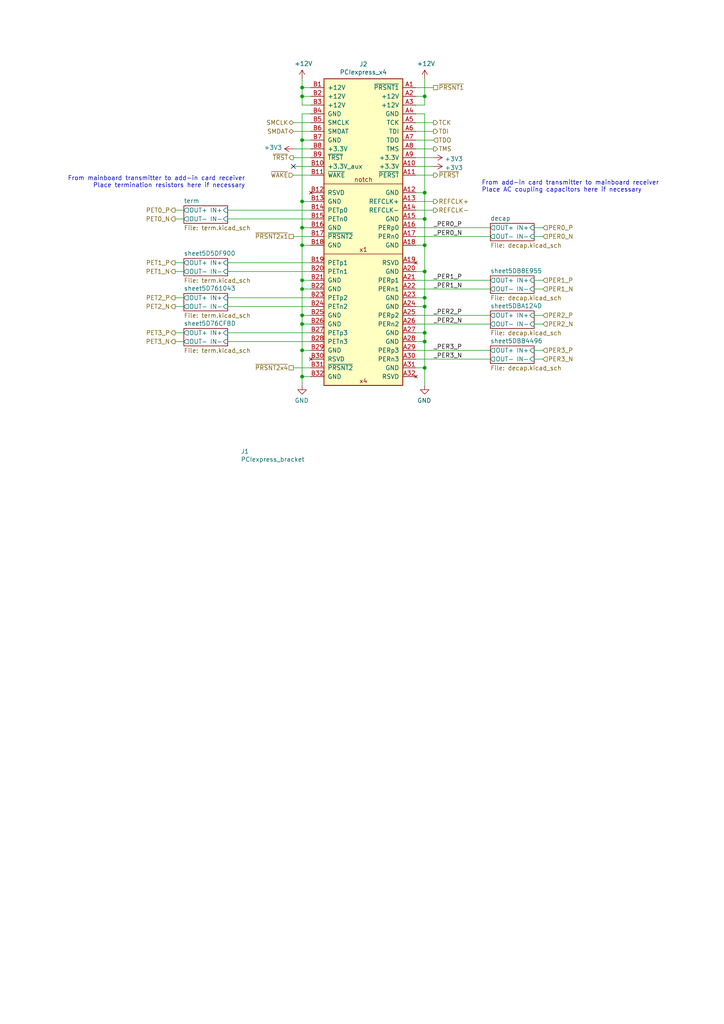
<source format=kicad_sch>
(kicad_sch (version 20250114) (generator "eeschema") (generator_version "9.0")
  (paper "A4" portrait)
  (title_block (title "PC-AXE") (company "Author: Aadhi M"))
  (lib_symbols
    (symbol "PCIexpress:PCIexpress_bracket" (pin_names (offset 1.016))
      (property "Reference" "J" (at 0 0 0))
      (property "Value" "PCIexpress_bracket" (at 0 0 0))
    )
    (symbol "PCIexpress:PCIexpress_x4" (pin_names (offset 1.016))
      (property "Reference" "J" (at 0 3.81 0))
      (property "Value" "PCIexpress_x4" (at 0 1.27 0))
      (symbol "PCIexpress_x4_0_0"
        (text "notch" (at 0 -29.21 0) (effects (font (size 1.27 1.27))))
        (text "x1" (at 0 -49.53 0) (effects (font (size 1.27 1.27))))
        (text "x4" (at 0 -87.63 0) (effects (font (size 1.27 1.27))))
      )
      (symbol "PCIexpress_x4_0_1"
        (polyline (pts (xy 11.43 -30.48) (xy -11.43 -30.48)))
        (polyline (pts (xy 11.43 -50.8) (xy -11.43 -50.8)))
      )
      (symbol "PCIexpress_x4_1_1"
        (rectangle (start 11.43 0) (end -11.43 -88.9) (stroke (width 0.254)) (fill (type background)))
        (pin power_out line (at -15.24 -2.54 0) (length 3.81) (name "+12V") (number "B1"))
        (pin power_out line (at -15.24 -5.08 0) (length 3.81) (name "+12V") (number "B2"))
        (pin power_out line (at -15.24 -7.62 0) (length 3.81) (name "+12V") (number "B3"))
        (pin power_out line (at -15.24 -10.16 0) (length 3.81) (name "GND") (number "B4"))
        (pin open_collector line (at -15.24 -12.7 0) (length 3.81) (name "SMCLK") (number "B5"))
        (pin open_collector line (at -15.24 -15.24 0) (length 3.81) (name "SMDAT") (number "B6"))
        (pin power_out line (at -15.24 -17.78 0) (length 3.81) (name "GND") (number "B7"))
        (pin power_out line (at -15.24 -20.32 0) (length 3.81) (name "+3.3V") (number "B8"))
        (pin output line (at -15.24 -22.86 0) (length 3.81) (name "~{TRST}") (number "B9"))
        (pin power_out line (at -15.24 -25.4 0) (length 3.81) (name "+3.3V_aux") (number "B10"))
        (pin open_collector line (at -15.24 -27.94 0) (length 3.81) (name "~{WAKE}") (number "B11"))
        (pin no_connect line (at -15.24 -33.02 0) (length 3.81) (name "RSVD") (number "B12"))
        (pin power_out line (at -15.24 -35.56 0) (length 3.81) (name "GND") (number "B13"))
        (pin output line (at -15.24 -38.1 0) (length 3.81) (name "PETp0") (number "B14"))
        (pin output line (at -15.24 -40.64 0) (length 3.81) (name "PETn0") (number "B15"))
        (pin power_out line (at -15.24 -43.18 0) (length 3.81) (name "GND") (number "B16"))
        (pin passive line (at -15.24 -45.72 0) (length 3.81) (name "~{PRSNT2}") (number "B17"))
        (pin power_out line (at -15.24 -48.26 0) (length 3.81) (name "GND") (number "B18"))
        (pin output line (at -15.24 -53.34 0) (length 3.81) (name "PETp1") (number "B19"))
        (pin output line (at -15.24 -55.88 0) (length 3.81) (name "PETn1") (number "B20"))
        (pin power_out line (at -15.24 -58.42 0) (length 3.81) (name "GND") (number "B21"))
        (pin power_out line (at -15.24 -60.96 0) (length 3.81) (name "GND") (number "B22"))
        (pin output line (at -15.24 -63.5 0) (length 3.81) (name "PETp2") (number "B23"))
        (pin output line (at -15.24 -66.04 0) (length 3.81) (name "PETn2") (number "B24"))
        (pin power_out line (at -15.24 -68.58 0) (length 3.81) (name "GND") (number "B25"))
        (pin power_out line (at -15.24 -71.12 0) (length 3.81) (name "GND") (number "B26"))
        (pin output line (at -15.24 -73.66 0) (length 3.81) (name "PETp3") (number "B27"))
        (pin output line (at -15.24 -76.2 0) (length 3.81) (name "PETn3") (number "B28"))
        (pin power_out line (at -15.24 -78.74 0) (length 3.81) (name "GND") (number "B29"))
        (pin no_connect line (at -15.24 -81.28 0) (length 3.81) (name "RSVD") (number "B30"))
        (pin passive line (at -15.24 -83.82 0) (length 3.81) (name "~{PRSNT2}") (number "B31"))
        (pin power_out line (at -15.24 -86.36 0) (length 3.81) (name "GND") (number "B32"))
        (pin passive line (at 15.24 -2.54 180) (length 3.81) (name "~{PRSNT1}") (number "A1"))
        (pin power_out line (at 15.24 -5.08 180) (length 3.81) (name "+12V") (number "A2"))
        (pin power_out line (at 15.24 -7.62 180) (length 3.81) (name "+12V") (number "A3"))
        (pin power_out line (at 15.24 -10.16 180) (length 3.81) (name "GND") (number "A4"))
        (pin output line (at 15.24 -12.7 180) (length 3.81) (name "TCK") (number "A5"))
        (pin output line (at 15.24 -15.24 180) (length 3.81) (name "TDI") (number "A6"))
        (pin input line (at 15.24 -17.78 180) (length 3.81) (name "TDO") (number "A7"))
        (pin output line (at 15.24 -20.32 180) (length 3.81) (name "TMS") (number "A8"))
        (pin power_out line (at 15.24 -22.86 180) (length 3.81) (name "+3.3V") (number "A9"))
        (pin power_out line (at 15.24 -25.4 180) (length 3.81) (name "+3.3V") (number "A10"))
        (pin output line (at 15.24 -27.94 180) (length 3.81) (name "~{PERST}") (number "A11"))
        (pin power_out line (at 15.24 -33.02 180) (length 3.81) (name "GND") (number "A12"))
        (pin output line (at 15.24 -35.56 180) (length 3.81) (name "REFCLK+") (number "A13"))
        (pin output line (at 15.24 -38.1 180) (length 3.81) (name "REFCLK-") (number "A14"))
        (pin power_out line (at 15.24 -40.64 180) (length 3.81) (name "GND") (number "A15"))
        (pin input line (at 15.24 -43.18 180) (length 3.81) (name "PERp0") (number "A16"))
        (pin input line (at 15.24 -45.72 180) (length 3.81) (name "PERn0") (number "A17"))
        (pin power_out line (at 15.24 -48.26 180) (length 3.81) (name "GND") (number "A18"))
        (pin no_connect line (at 15.24 -53.34 180) (length 3.81) (name "RSVD") (number "A19"))
        (pin power_out line (at 15.24 -55.88 180) (length 3.81) (name "GND") (number "A20"))
        (pin input line (at 15.24 -58.42 180) (length 3.81) (name "PERp1") (number "A21"))
        (pin input line (at 15.24 -60.96 180) (length 3.81) (name "PERn1") (number "A22"))
        (pin power_out line (at 15.24 -63.5 180) (length 3.81) (name "GND") (number "A23"))
        (pin power_out line (at 15.24 -66.04 180) (length 3.81) (name "GND") (number "A24"))
        (pin input line (at 15.24 -68.58 180) (length 3.81) (name "PERp2") (number "A25"))
        (pin input line (at 15.24 -71.12 180) (length 3.81) (name "PERn2") (number "A26"))
        (pin power_out line (at 15.24 -73.66 180) (length 3.81) (name "GND") (number "A27"))
        (pin power_out line (at 15.24 -76.2 180) (length 3.81) (name "GND") (number "A28"))
        (pin input line (at 15.24 -78.74 180) (length 3.81) (name "PERp3") (number "A29"))
        (pin input line (at 15.24 -81.28 180) (length 3.81) (name "PERn3") (number "A30"))
        (pin power_out line (at 15.24 -83.82 180) (length 3.81) (name "GND") (number "A31"))
        (pin no_connect line (at 15.24 -86.36 180) (length 3.81) (name "RSVD") (number "A32"))
      )
    )
    (symbol "PCIexpress_x4_full-rescue:+3.3V-power" (power) (pin_names (offset 0))
      (property "Value" "+3.3V-power" (at 0 3.556 0))
      (symbol "+3.3V-power_0_1"
        (polyline (pts (xy -0.762 1.27) (xy 0 2.54)))
        (polyline (pts (xy 0 2.54) (xy 0.762 1.27)))
        (polyline (pts (xy 0 0) (xy 0 2.54)))
      )
      (symbol "+3.3V-power_1_1"
        (pin power_in line (at 0 0 90) (length 0) (hide yes) (name "+3V3") (number "1"))
      )
    )
    (symbol "power:+12V" (power) (pin_names (offset 0))
      (property "Value" "+12V" (at 0 3.556 0))
      (symbol "+12V_0_1"
        (polyline (pts (xy -0.762 1.27) (xy 0 2.54)))
        (polyline (pts (xy 0 2.54) (xy 0.762 1.27)))
        (polyline (pts (xy 0 0) (xy 0 2.54)))
      )
      (symbol "+12V_1_1"
        (pin power_in line (at 0 0 90) (length 0) (hide yes) (name "+12V") (number "1"))
      )
    )
    (symbol "power:GND" (power) (pin_names (offset 0))
      (property "Value" "GND" (at 0 -3.81 0))
      (symbol "GND_0_1"
        (polyline (pts (xy 0 0) (xy 0 -1.27) (xy 1.27 -1.27) (xy 0 -2.54) (xy -1.27 -1.27) (xy 0 -1.27)))
      )
      (symbol "GND_1_1"
        (pin power_in line (at 0 0 270) (length 0) (hide yes) (name "GND") (number "1"))
      )
    )
  )
  (text "From mainboard transmitter to add-in card receiver\nPlace termination resistors here if necessary" (at 71.12 54.61 0) (effects (font (size 1.27 1.27)) (justify right bottom)))
  (text "From add-in card transmitter to mainboard receiver\nPlace AC coupling capacitors here if necessary" (at 139.7 55.88 0) (effects (font (size 1.27 1.27)) (justify left bottom)))
  (junction (at 87.63 27.94))
  (junction (at 123.19 63.5))
  (junction (at 123.19 27.94))
  (junction (at 123.19 78.74))
  (junction (at 87.63 109.22))
  (junction (at 123.19 86.36))
  (junction (at 123.19 88.9))
  (junction (at 87.63 58.42))
  (junction (at 123.19 71.12))
  (junction (at 87.63 93.98))
  (junction (at 87.63 83.82))
  (junction (at 87.63 71.12))
  (junction (at 123.19 96.52))
  (junction (at 87.63 91.44))
  (junction (at 123.19 99.06))
  (junction (at 87.63 101.6))
  (junction (at 87.63 66.04))
  (junction (at 87.63 40.64))
  (junction (at 123.19 106.68))
  (junction (at 123.19 55.88))
  (junction (at 87.63 25.4))
  (junction (at 87.63 81.28))
  (no_connect (at 85.09 48.26))
  (wire (pts (xy 120.65 71.12) (xy 123.19 71.12)))
  (wire (pts (xy 90.17 40.64) (xy 87.63 40.64)))
  (wire (pts (xy 50.8 86.36) (xy 53.34 86.36)))
  (wire (pts (xy 120.65 58.42) (xy 125.73 58.42)))
  (wire (pts (xy 87.63 91.44) (xy 87.63 83.82)))
  (wire (pts (xy 85.09 43.18) (xy 90.17 43.18)))
  (wire (pts (xy 120.65 55.88) (xy 123.19 55.88)))
  (wire (pts (xy 120.65 93.98) (xy 142.24 93.98)))
  (wire (pts (xy 66.04 76.2) (xy 90.17 76.2)))
  (wire (pts (xy 90.17 30.48) (xy 87.63 30.48)))
  (wire (pts (xy 90.17 71.12) (xy 87.63 71.12)))
  (wire (pts (xy 85.09 35.56) (xy 90.17 35.56)))
  (wire (pts (xy 123.19 86.36) (xy 123.19 88.9)))
  (wire (pts (xy 50.8 96.52) (xy 53.34 96.52)))
  (wire (pts (xy 66.04 96.52) (xy 90.17 96.52)))
  (wire (pts (xy 154.94 93.98) (xy 157.48 93.98)))
  (wire (pts (xy 123.19 55.88) (xy 123.19 63.5)))
  (wire (pts (xy 90.17 25.4) (xy 87.63 25.4)))
  (wire (pts (xy 120.65 81.28) (xy 142.24 81.28)))
  (wire (pts (xy 123.19 111.76) (xy 123.19 106.68)))
  (wire (pts (xy 50.8 60.96) (xy 53.34 60.96)))
  (wire (pts (xy 87.63 109.22) (xy 87.63 101.6)))
  (wire (pts (xy 90.17 66.04) (xy 87.63 66.04)))
  (wire (pts (xy 120.65 40.64) (xy 125.73 40.64)))
  (wire (pts (xy 120.65 63.5) (xy 123.19 63.5)))
  (wire (pts (xy 120.65 66.04) (xy 142.24 66.04)))
  (wire (pts (xy 123.19 30.48) (xy 123.19 27.94)))
  (wire (pts (xy 120.65 45.72) (xy 125.73 45.72)))
  (wire (pts (xy 154.94 81.28) (xy 157.48 81.28)))
  (wire (pts (xy 87.63 83.82) (xy 87.63 81.28)))
  (wire (pts (xy 85.09 38.1) (xy 90.17 38.1)))
  (wire (pts (xy 90.17 58.42) (xy 87.63 58.42)))
  (wire (pts (xy 120.65 35.56) (xy 125.73 35.56)))
  (wire (pts (xy 87.63 93.98) (xy 87.63 91.44)))
  (wire (pts (xy 120.65 50.8) (xy 125.73 50.8)))
  (wire (pts (xy 120.65 78.74) (xy 123.19 78.74)))
  (wire (pts (xy 87.63 33.02) (xy 90.17 33.02)))
  (wire (pts (xy 87.63 101.6) (xy 87.63 93.98)))
  (wire (pts (xy 87.63 30.48) (xy 87.63 27.94)))
  (wire (pts (xy 120.65 60.96) (xy 125.73 60.96)))
  (wire (pts (xy 120.65 38.1) (xy 125.73 38.1)))
  (wire (pts (xy 120.65 86.36) (xy 123.19 86.36)))
  (wire (pts (xy 154.94 83.82) (xy 157.48 83.82)))
  (wire (pts (xy 87.63 71.12) (xy 87.63 66.04)))
  (wire (pts (xy 154.94 68.58) (xy 157.48 68.58)))
  (wire (pts (xy 90.17 109.22) (xy 87.63 109.22)))
  (wire (pts (xy 90.17 83.82) (xy 87.63 83.82)))
  (wire (pts (xy 120.65 68.58) (xy 142.24 68.58)))
  (wire (pts (xy 87.63 27.94) (xy 90.17 27.94)))
  (wire (pts (xy 90.17 91.44) (xy 87.63 91.44)))
  (wire (pts (xy 123.19 63.5) (xy 123.19 71.12)))
  (wire (pts (xy 120.65 43.18) (xy 125.73 43.18)))
  (wire (pts (xy 90.17 101.6) (xy 87.63 101.6)))
  (wire (pts (xy 50.8 63.5) (xy 53.34 63.5)))
  (wire (pts (xy 85.09 45.72) (xy 90.17 45.72)))
  (wire (pts (xy 90.17 68.58) (xy 85.09 68.58)))
  (wire (pts (xy 87.63 58.42) (xy 87.63 40.64)))
  (wire (pts (xy 85.09 48.26) (xy 90.17 48.26)))
  (wire (pts (xy 66.04 63.5) (xy 90.17 63.5)))
  (wire (pts (xy 66.04 88.9) (xy 90.17 88.9)))
  (wire (pts (xy 120.65 106.68) (xy 123.19 106.68)))
  (wire (pts (xy 120.65 88.9) (xy 123.19 88.9)))
  (wire (pts (xy 85.09 106.68) (xy 90.17 106.68)))
  (wire (pts (xy 120.65 104.14) (xy 142.24 104.14)))
  (wire (pts (xy 120.65 48.26) (xy 125.73 48.26)))
  (wire (pts (xy 123.19 33.02) (xy 123.19 55.88)))
  (wire (pts (xy 154.94 66.04) (xy 157.48 66.04)))
  (wire (pts (xy 87.63 66.04) (xy 87.63 58.42)))
  (wire (pts (xy 120.65 96.52) (xy 123.19 96.52)))
  (wire (pts (xy 66.04 86.36) (xy 90.17 86.36)))
  (wire (pts (xy 123.19 99.06) (xy 123.19 106.68)))
  (wire (pts (xy 50.8 78.74) (xy 53.34 78.74)))
  (wire (pts (xy 154.94 104.14) (xy 157.48 104.14)))
  (wire (pts (xy 123.19 96.52) (xy 123.19 99.06)))
  (wire (pts (xy 66.04 60.96) (xy 90.17 60.96)))
  (wire (pts (xy 123.19 78.74) (xy 123.19 86.36)))
  (wire (pts (xy 50.8 99.06) (xy 53.34 99.06)))
  (wire (pts (xy 66.04 99.06) (xy 90.17 99.06)))
  (wire (pts (xy 123.19 71.12) (xy 123.19 78.74)))
  (wire (pts (xy 87.63 81.28) (xy 87.63 71.12)))
  (wire (pts (xy 87.63 40.64) (xy 87.63 33.02)))
  (wire (pts (xy 66.04 78.74) (xy 90.17 78.74)))
  (wire (pts (xy 120.65 25.4) (xy 125.73 25.4)))
  (wire (pts (xy 120.65 99.06) (xy 123.19 99.06)))
  (wire (pts (xy 123.19 22.86) (xy 123.19 27.94)))
  (wire (pts (xy 87.63 111.76) (xy 87.63 109.22)))
  (wire (pts (xy 123.19 88.9) (xy 123.19 96.52)))
  (wire (pts (xy 87.63 27.94) (xy 87.63 25.4)))
  (wire (pts (xy 120.65 30.48) (xy 123.19 30.48)))
  (wire (pts (xy 120.65 91.44) (xy 142.24 91.44)))
  (wire (pts (xy 123.19 27.94) (xy 120.65 27.94)))
  (wire (pts (xy 85.09 50.8) (xy 90.17 50.8)))
  (wire (pts (xy 154.94 91.44) (xy 157.48 91.44)))
  (wire (pts (xy 123.19 33.02) (xy 120.65 33.02)))
  (wire (pts (xy 87.63 25.4) (xy 87.63 22.86)))
  (wire (pts (xy 50.8 76.2) (xy 53.34 76.2)))
  (wire (pts (xy 120.65 83.82) (xy 142.24 83.82)))
  (wire (pts (xy 120.65 101.6) (xy 142.24 101.6)))
  (wire (pts (xy 90.17 93.98) (xy 87.63 93.98)))
  (wire (pts (xy 50.8 88.9) (xy 53.34 88.9)))
  (wire (pts (xy 154.94 101.6) (xy 157.48 101.6)))
  (wire (pts (xy 90.17 81.28) (xy 87.63 81.28)))
  (label "_PER0_P" (at 125.73 66.04 0))
  (label "_PER2_P" (at 125.73 91.44 0))
  (label "_PER1_P" (at 125.73 81.28 0))
  (label "_PER3_N" (at 125.73 104.14 0))
  (label "_PER0_N" (at 125.73 68.58 0))
  (label "_PER3_P" (at 125.73 101.6 0))
  (label "_PER2_N" (at 125.73 93.98 0))
  (label "_PER1_N" (at 125.73 83.82 0))
  (hierarchical_label "TMS" (shape output) (at 125.73 43.18 0))
  (hierarchical_label "PER0_P" (shape input) (at 157.48 66.04 0))
  (hierarchical_label "PER0_N" (shape input) (at 157.48 68.58 0))
  (hierarchical_label "PET1_P" (shape output) (at 50.8 76.2 180))
  (hierarchical_label "~{TRST}" (shape output) (at 85.09 45.72 180))
  (hierarchical_label "PER2_N" (shape input) (at 157.48 93.98 0))
  (hierarchical_label "~{PRSNT1}" (shape passive) (at 125.73 25.4 0))
  (hierarchical_label "TDI" (shape output) (at 125.73 38.1 0))
  (hierarchical_label "PET1_N" (shape output) (at 50.8 78.74 180))
  (hierarchical_label "~{PRSNT2x4}" (shape passive) (at 85.09 106.68 180))
  (hierarchical_label "SMDAT" (shape bidirectional) (at 85.09 38.1 180))
  (hierarchical_label "~{PRSNT2x1}" (shape passive) (at 85.09 68.58 180))
  (hierarchical_label "PET2_P" (shape output) (at 50.8 86.36 180))
  (hierarchical_label "PET0_P" (shape output) (at 50.8 60.96 180))
  (hierarchical_label "~{WAKE}" (shape input) (at 85.09 50.8 180))
  (hierarchical_label "SMCLK" (shape bidirectional) (at 85.09 35.56 180))
  (hierarchical_label "REFCLK+" (shape output) (at 125.73 58.42 0))
  (hierarchical_label "PET3_P" (shape output) (at 50.8 96.52 180))
  (hierarchical_label "PER1_P" (shape input) (at 157.48 81.28 0))
  (hierarchical_label "TCK" (shape output) (at 125.73 35.56 0))
  (hierarchical_label "PET0_N" (shape output) (at 50.8 63.5 180))
  (hierarchical_label "PER3_P" (shape input) (at 157.48 101.6 0))
  (hierarchical_label "PET3_N" (shape output) (at 50.8 99.06 180))
  (hierarchical_label "PER3_N" (shape input) (at 157.48 104.14 0))
  (hierarchical_label "PER2_P" (shape input) (at 157.48 91.44 0))
  (hierarchical_label "REFCLK-" (shape output) (at 125.73 60.96 0))
  (hierarchical_label "TDO" (shape input) (at 125.73 40.64 0))
  (hierarchical_label "~{PERST}" (shape output) (at 125.73 50.8 0))
  (hierarchical_label "PET2_N" (shape output) (at 50.8 88.9 180))
  (hierarchical_label "PER1_N" (shape input) (at 157.48 83.82 0))
  (symbol (lib_id "PCIexpress:PCIexpress_x4") (at 105.41 22.86 0) (unit 1)
    (property "Reference" "J2" (at 105.41 18.6182 0))
    (property "Value" "PCIexpress_x4" (at 105.41 20.9296 0))
    (property "Footprint" "PCIexpress:PCIexpress_x4" (effects (hide yes)))
  )
  (symbol (lib_id "PCIexpress:PCIexpress_bracket") (at 69.215 132.08 0) (unit 1)
    (property "Reference" "J1" (at 69.85 130.9116 0) (effects (justify left)))
    (property "Value" "PCIexpress_bracket" (at 69.85 133.223 0) (effects (justify left)))
    (property "Footprint" "PCIexpress:PCIexpress_bracket_full" (effects (hide yes)))
  )
  (symbol (lib_id "power:GND") (at 87.63 111.76 0) (mirror y) (unit 1)
    (property "Reference" "#PWR04" (effects (hide yes)))
    (property "Value" "GND" (at 87.503 116.1542 0))
  )
  (symbol (lib_id "power:GND") (at 123.19 111.76 0) (mirror y) (unit 1)
    (property "Reference" "#PWR06" (effects (hide yes)))
    (property "Value" "GND" (at 123.063 116.1542 0))
  )
  (symbol (lib_id "PCIexpress_x4_full-rescue:+3.3V-power") (at 85.09 43.18 90) (unit 1)
    (property "Reference" "#PWR01" (effects (hide yes)))
    (property "Value" "+3V3" (at 81.8388 42.799 90) (effects (justify left)))
  )
  (symbol (lib_id "PCIexpress_x4_full-rescue:+3.3V-power") (at 125.73 45.72 270) (unit 1)
    (property "Reference" "#PWR07" (effects (hide yes)))
    (property "Value" "+3V3" (at 128.9812 46.101 90) (effects (justify left)))
  )
  (symbol (lib_id "PCIexpress_x4_full-rescue:+3.3V-power") (at 125.73 48.26 270) (unit 1)
    (property "Reference" "#PWR08" (effects (hide yes)))
    (property "Value" "+3V3" (at 128.9812 48.641 90) (effects (justify left)))
  )
  (symbol (lib_id "power:+12V") (at 87.63 22.86 0) (unit 1)
    (property "Reference" "#PWR03" (effects (hide yes)))
    (property "Value" "+12V" (at 88.011 18.4658 0))
  )
  (symbol (lib_id "power:+12V") (at 123.19 22.86 0) (unit 1)
    (property "Reference" "#PWR05" (effects (hide yes)))
    (property "Value" "+12V" (at 123.571 18.4658 0))
  )
  (sheet (at 53.34 59.69) (size 12.7 5.08)
    (property "Sheetname" "term" (at 53.34 58.9784 0) (effects (justify left bottom)))
    (property "Sheetfile" "term.kicad_sch" (at 53.34 65.3546 0) (effects (justify left top)))
    (pin "IN+" input (at 66.04 60.96 0))
    (pin "IN-" input (at 66.04 63.5 0))
    (pin "OUT+" output (at 53.34 60.96 180))
    (pin "OUT-" output (at 53.34 63.5 180))
  )
  (sheet (at 53.34 74.93) (size 12.7 5.08)
    (property "Sheetname" "sheet5D5DF900" (at 53.34 74.2184 0) (effects (justify left bottom)))
    (property "Sheetfile" "term.kicad_sch" (at 53.34 80.5946 0) (effects (justify left top)))
    (pin "IN+" input (at 66.04 76.2 0))
    (pin "IN-" input (at 66.04 78.74 0))
    (pin "OUT+" output (at 53.34 76.2 180))
    (pin "OUT-" output (at 53.34 78.74 180))
  )
  (sheet (at 53.34 85.09) (size 12.7 5.08)
    (property "Sheetname" "sheet5D761043" (at 53.34 84.3784 0) (effects (justify left bottom)))
    (property "Sheetfile" "term.kicad_sch" (at 53.34 90.7546 0) (effects (justify left top)))
    (pin "IN+" input (at 66.04 86.36 0))
    (pin "IN-" input (at 66.04 88.9 0))
    (pin "OUT+" output (at 53.34 86.36 180))
    (pin "OUT-" output (at 53.34 88.9 180))
  )
  (sheet (at 53.34 95.25) (size 12.7 5.08)
    (property "Sheetname" "sheet5D76CFBD" (at 53.34 94.5384 0) (effects (justify left bottom)))
    (property "Sheetfile" "term.kicad_sch" (at 53.34 100.9146 0) (effects (justify left top)))
    (pin "IN+" input (at 66.04 96.52 0))
    (pin "IN-" input (at 66.04 99.06 0))
    (pin "OUT+" output (at 53.34 96.52 180))
    (pin "OUT-" output (at 53.34 99.06 180))
  )
  (sheet (at 142.24 64.77) (size 12.7 5.08)
    (property "Sheetname" "decap" (at 142.24 64.0584 0) (effects (justify left bottom)))
    (property "Sheetfile" "decap.kicad_sch" (at 142.24 70.4346 0) (effects (justify left top)))
    (pin "IN+" input (at 154.94 66.04 0))
    (pin "OUT+" output (at 142.24 66.04 180))
    (pin "OUT-" output (at 142.24 68.58 180))
    (pin "IN-" input (at 154.94 68.58 0))
  )
  (sheet (at 142.24 80.01) (size 12.7 5.08)
    (property "Sheetname" "sheet5DB8E955" (at 142.24 79.2984 0) (effects (justify left bottom)))
    (property "Sheetfile" "decap.kicad_sch" (at 142.24 85.6746 0) (effects (justify left top)))
    (pin "IN+" input (at 154.94 81.28 0))
    (pin "OUT+" output (at 142.24 81.28 180))
    (pin "OUT-" output (at 142.24 83.82 180))
    (pin "IN-" input (at 154.94 83.82 0))
  )
  (sheet (at 142.24 90.17) (size 12.7 5.08)
    (property "Sheetname" "sheet5DBA124D" (at 142.24 89.4584 0) (effects (justify left bottom)))
    (property "Sheetfile" "decap.kicad_sch" (at 142.24 95.8346 0) (effects (justify left top)))
    (pin "IN+" input (at 154.94 91.44 0))
    (pin "OUT+" output (at 142.24 91.44 180))
    (pin "OUT-" output (at 142.24 93.98 180))
    (pin "IN-" input (at 154.94 93.98 0))
  )
  (sheet (at 142.24 100.33) (size 12.7 5.08)
    (property "Sheetname" "sheet5DBB4496" (at 142.24 99.6184 0) (effects (justify left bottom)))
    (property "Sheetfile" "decap.kicad_sch" (at 142.24 105.9946 0) (effects (justify left top)))
    (pin "IN+" input (at 154.94 101.6 0))
    (pin "OUT+" output (at 142.24 101.6 180))
    (pin "OUT-" output (at 142.24 104.14 180))
    (pin "IN-" input (at 154.94 104.14 0))
  )
)
</source>
